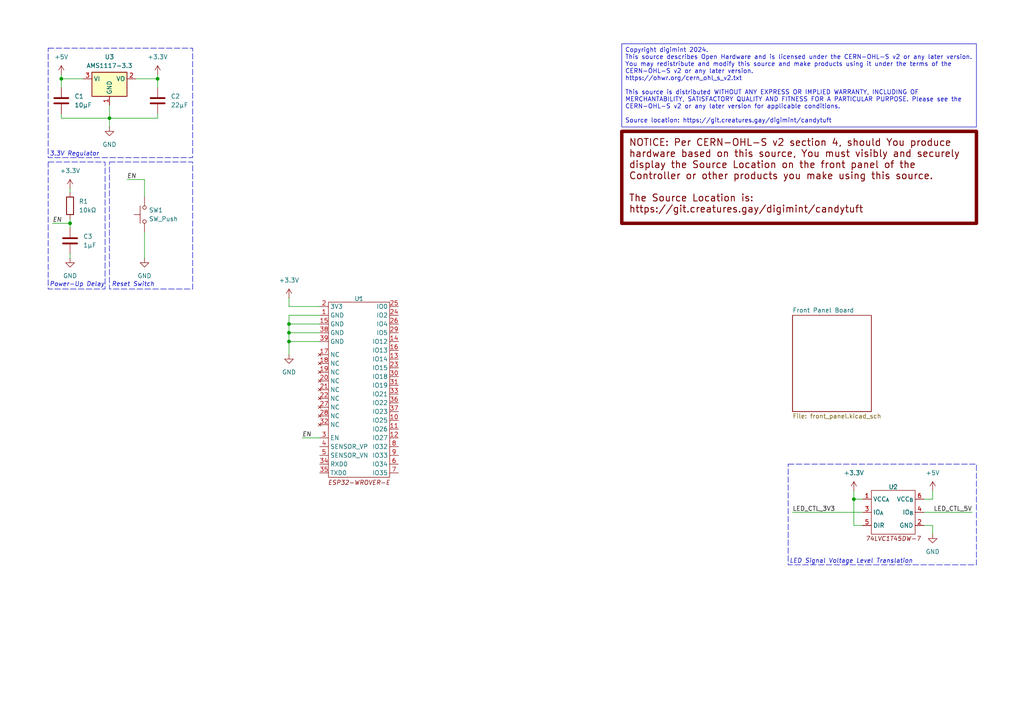
<source format=kicad_sch>
(kicad_sch (version 20231120) (generator "eeschema") (generator_version "8.0")
  (paper "A4")
  (title_block (title "Candytuft WS2811 Controller - Top Level") (date "2024-10-08") (rev "1") (company "https://git.creatures.gay/digimint/candytuft") (comment 3 "Licensed under the CERN OHL-S v2") (comment 4 "Copyright 2024 digimint"))
  (lib_symbols
    (symbol "Device:C" (pin_numbers hide) (pin_names (offset 0.254))
      (property "Reference" "C" (at 0.635 2.54 0))
      (property "Value" "C" (at 0.635 -2.54 0))
      (symbol "C_0_1"
        (polyline (pts (xy -2.032 -0.762) (xy 2.032 -0.762)) (stroke (width 0.508)))
        (polyline (pts (xy -2.032 0.762) (xy 2.032 0.762)) (stroke (width 0.508)))
      )
      (symbol "C_1_1"
        (pin passive line (at 0 3.81 270) (length 2.794) (name "~") (number "1"))
        (pin passive line (at 0 -3.81 90) (length 2.794) (name "~") (number "2"))
      )
    )
    (symbol "Device:R" (pin_numbers hide) (pin_names (offset 0))
      (property "Reference" "R" (at 2.032 0 90))
      (property "Value" "R" (at 0 0 90))
      (symbol "R_0_1"
        (rectangle (start -1.016 -2.54) (end 1.016 2.54) (stroke (width 0.254)))
      )
      (symbol "R_1_1"
        (pin passive line (at 0 3.81 270) (length 1.27) (name "~") (number "1"))
        (pin passive line (at 0 -3.81 90) (length 1.27) (name "~") (number "2"))
      )
    )
    (symbol "Regulator_Linear:AMS1117-3.3"
      (property "Reference" "U" (at -3.81 3.175 0))
      (property "Value" "AMS1117-3.3" (at 0 3.175 0))
      (symbol "AMS1117-3.3_0_1"
        (rectangle (start -5.08 -5.08) (end 5.08 1.905) (stroke (width 0.254)) (fill (type background)))
      )
      (symbol "AMS1117-3.3_1_1"
        (pin power_in line (at 0 -7.62 90) (length 2.54) (name "GND") (number "1"))
        (pin power_out line (at 7.62 0 180) (length 2.54) (name "VO") (number "2"))
        (pin power_in line (at -7.62 0 0) (length 2.54) (name "VI") (number "3"))
      )
    )
    (symbol "Switch:SW_Push" (pin_numbers hide) (pin_names (offset 1.016) hide)
      (property "Reference" "SW" (at 1.27 2.54 0))
      (property "Value" "SW_Push" (at 0 -1.524 0))
      (symbol "SW_Push_0_1"
        (circle (center -2.032 0) (radius 0.508))
        (polyline (pts (xy 0 1.27) (xy 0 3.048)))
        (polyline (pts (xy 2.54 1.27) (xy -2.54 1.27)))
        (circle (center 2.032 0) (radius 0.508))
        (pin passive line (at -5.08 0 0) (length 2.54) (name "1") (number "1"))
        (pin passive line (at 5.08 0 180) (length 2.54) (name "2") (number "2"))
      )
    )
    (symbol "candytuft:74LVC1T45DW-7"
      (property "Reference" "U" (at -5.334 7.366 0))
      (symbol "74LVC1T45DW-7_0_1"
        (rectangle (start -6.35 6.35) (end 6.35 -6.35))
      )
      (symbol "74LVC1T45DW-7_1_1"
        (text "74LVC1T45DW-7" (at 0 -7.62 0) (effects (font (size 1.27 1.27) (italic yes))))
        (pin power_in line (at -8.89 3.81 0) (length 2.54) (name "VCC_{A}") (number "1"))
        (pin power_in line (at 8.89 -3.81 180) (length 2.54) (name "GND") (number "2"))
        (pin bidirectional line (at -8.89 0 0) (length 2.54) (name "IO_{A}") (number "3"))
        (pin bidirectional line (at 8.89 0 180) (length 2.54) (name "IO_{B}") (number "4"))
        (pin input line (at -8.89 -3.81 0) (length 2.54) (name "DIR") (number "5"))
        (pin power_in line (at 8.89 3.81 180) (length 2.54) (name "VCC_{B}") (number "6"))
      )
    )
    (symbol "candytuft:ESP32-WROVER-E"
      (property "Reference" "U" (at -8.128 26.416 0))
      (symbol "ESP32-WROVER-E_0_1"
        (rectangle (start -8.89 25.4) (end 8.89 -25.4))
      )
      (symbol "ESP32-WROVER-E_1_1"
        (text "ESP32-WROVER-E" (at 0 -26.924 0) (effects (font (size 1.27 1.27) (italic yes))))
        (pin power_in line (at -11.43 21.59 0) (length 2.54) (name "GND") (number "1"))
        (pin bidirectional line (at 11.43 -8.89 180) (length 2.54) (name "IO25") (number "10"))
        (pin bidirectional line (at 11.43 -11.43 180) (length 2.54) (name "IO26") (number "11"))
        (pin bidirectional line (at 11.43 -13.97 180) (length 2.54) (name "IO27") (number "12"))
        (pin bidirectional line (at 11.43 8.89 180) (length 2.54) (name "IO14") (number "13"))
        (pin bidirectional line (at 11.43 13.97 180) (length 2.54) (name "IO12") (number "14"))
        (pin power_in line (at -11.43 19.05 0) (length 2.54) (name "GND") (number "15"))
        (pin bidirectional line (at 11.43 11.43 180) (length 2.54) (name "IO13") (number "16"))
        (pin no_connect line (at -11.43 10.16 0) (length 2.54) (name "NC") (number "17"))
        (pin no_connect line (at -11.43 7.62 0) (length 2.54) (name "NC") (number "18"))
        (pin no_connect line (at -11.43 5.08 0) (length 2.54) (name "NC") (number "19"))
        (pin power_in line (at -11.43 24.13 0) (length 2.54) (name "3V3") (number "2"))
        (pin no_connect line (at -11.43 2.54 0) (length 2.54) (name "NC") (number "20"))
        (pin no_connect line (at -11.43 0 0) (length 2.54) (name "NC") (number "21"))
        (pin no_connect line (at -11.43 -2.54 0) (length 2.54) (name "NC") (number "22"))
        (pin bidirectional line (at 11.43 6.35 180) (length 2.54) (name "IO15") (number "23"))
        (pin bidirectional line (at 11.43 21.59 180) (length 2.54) (name "IO2") (number "24"))
        (pin bidirectional line (at 11.43 24.13 180) (length 2.54) (name "IO0") (number "25"))
        (pin bidirectional line (at 11.43 19.05 180) (length 2.54) (name "IO4") (number "26"))
        (pin no_connect line (at -11.43 -5.08 0) (length 2.54) (name "NC") (number "27"))
        (pin no_connect line (at -11.43 -7.62 0) (length 2.54) (name "NC") (number "28"))
        (pin bidirectional line (at 11.43 16.51 180) (length 2.54) (name "IO5") (number "29"))
        (pin input line (at -11.43 -13.97 0) (length 2.54) (name "EN") (number "3"))
        (pin bidirectional line (at 11.43 3.81 180) (length 2.54) (name "IO18") (number "30"))
        (pin bidirectional line (at 11.43 1.27 180) (length 2.54) (name "IO19") (number "31"))
        (pin no_connect line (at -11.43 -10.16 0) (length 2.54) (name "NC") (number "32"))
        (pin bidirectional line (at 11.43 -1.27 180) (length 2.54) (name "IO21") (number "33"))
        (pin bidirectional line (at -11.43 -21.59 0) (length 2.54) (name "RXD0") (number "34"))
        (pin bidirectional line (at -11.43 -24.13 0) (length 2.54) (name "TXD0") (number "35"))
        (pin bidirectional line (at 11.43 -3.81 180) (length 2.54) (name "IO22") (number "36"))
        (pin bidirectional line (at 11.43 -6.35 180) (length 2.54) (name "IO23") (number "37"))
        (pin power_in line (at -11.43 16.51 0) (length 2.54) (name "GND") (number "38"))
        (pin power_in line (at -11.43 13.97 0) (length 2.54) (name "GND") (number "39"))
        (pin input line (at -11.43 -16.51 0) (length 2.54) (name "SENSOR_VP") (number "4"))
        (pin input line (at -11.43 -19.05 0) (length 2.54) (name "SENSOR_VN") (number "5"))
        (pin input line (at 11.43 -21.59 180) (length 2.54) (name "IO34") (number "6"))
        (pin input line (at 11.43 -24.13 180) (length 2.54) (name "IO35") (number "7"))
        (pin bidirectional line (at 11.43 -16.51 180) (length 2.54) (name "IO32") (number "8"))
        (pin bidirectional line (at 11.43 -19.05 180) (length 2.54) (name "IO33") (number "9"))
      )
    )
    (symbol "power:+3.3V" (power) (pin_numbers hide) (pin_names (offset 0) hide)
      (property "Value" "+3.3V" (at 0 3.556 0))
      (symbol "+3.3V_0_1"
        (polyline (pts (xy -0.762 1.27) (xy 0 2.54)))
        (polyline (pts (xy 0 0) (xy 0 2.54)))
        (polyline (pts (xy 0 2.54) (xy 0.762 1.27)))
      )
      (symbol "+3.3V_1_1"
        (pin power_in line (at 0 0 90) (length 0) (name "~") (number "1"))
      )
    )
    (symbol "power:+5V" (power) (pin_numbers hide) (pin_names (offset 0) hide)
      (property "Value" "+5V" (at 0 3.556 0))
      (symbol "+5V_0_1"
        (polyline (pts (xy -0.762 1.27) (xy 0 2.54)))
        (polyline (pts (xy 0 0) (xy 0 2.54)))
        (polyline (pts (xy 0 2.54) (xy 0.762 1.27)))
      )
      (symbol "+5V_1_1"
        (pin power_in line (at 0 0 90) (length 0) (name "~") (number "1"))
      )
    )
    (symbol "power:GND" (power) (pin_numbers hide) (pin_names (offset 0) hide)
      (property "Value" "GND" (at 0 -3.81 0))
      (symbol "GND_0_1"
        (polyline (pts (xy 0 0) (xy 0 -1.27) (xy 1.27 -1.27) (xy 0 -2.54) (xy -1.27 -1.27) (xy 0 -1.27)))
      )
      (symbol "GND_1_1"
        (pin power_in line (at 0 0 270) (length 0) (name "~") (number "1"))
      )
    )
  )
  (junction (at 247.65 144.78))
  (junction (at 83.82 99.06))
  (junction (at 45.72 22.86))
  (junction (at 83.82 96.52))
  (junction (at 17.78 22.86))
  (junction (at 83.82 93.98))
  (junction (at 20.32 64.77))
  (junction (at 31.75 34.29))
  (wire (pts (xy 83.82 91.44) (xy 83.82 93.98)))
  (wire (pts (xy 83.82 93.98) (xy 92.71 93.98)))
  (wire (pts (xy 15.24 64.77) (xy 20.32 64.77)))
  (wire (pts (xy 17.78 33.02) (xy 17.78 34.29)))
  (wire (pts (xy 17.78 25.4) (xy 17.78 22.86)))
  (wire (pts (xy 39.37 22.86) (xy 45.72 22.86)))
  (wire (pts (xy 83.82 93.98) (xy 83.82 96.52)))
  (wire (pts (xy 247.65 144.78) (xy 250.19 144.78)))
  (wire (pts (xy 45.72 22.86) (xy 45.72 25.4)))
  (wire (pts (xy 270.51 144.78) (xy 267.97 144.78)))
  (wire (pts (xy 31.75 34.29) (xy 45.72 34.29)))
  (wire (pts (xy 17.78 21.59) (xy 17.78 22.86)))
  (wire (pts (xy 41.91 52.07) (xy 41.91 57.15)))
  (wire (pts (xy 247.65 142.24) (xy 247.65 144.78)))
  (wire (pts (xy 83.82 96.52) (xy 83.82 99.06)))
  (wire (pts (xy 83.82 88.9) (xy 92.71 88.9)))
  (wire (pts (xy 229.87 148.59) (xy 250.19 148.59)))
  (wire (pts (xy 20.32 54.61) (xy 20.32 55.88)))
  (wire (pts (xy 92.71 91.44) (xy 83.82 91.44)))
  (wire (pts (xy 83.82 99.06) (xy 83.82 102.87)))
  (wire (pts (xy 45.72 34.29) (xy 45.72 33.02)))
  (wire (pts (xy 83.82 96.52) (xy 92.71 96.52)))
  (wire (pts (xy 83.82 99.06) (xy 92.71 99.06)))
  (wire (pts (xy 45.72 21.59) (xy 45.72 22.86)))
  (wire (pts (xy 20.32 74.93) (xy 20.32 73.66)))
  (wire (pts (xy 41.91 74.93) (xy 41.91 67.31)))
  (wire (pts (xy 87.63 127) (xy 92.71 127)))
  (wire (pts (xy 247.65 144.78) (xy 247.65 152.4)))
  (wire (pts (xy 17.78 22.86) (xy 24.13 22.86)))
  (wire (pts (xy 270.51 152.4) (xy 270.51 154.94)))
  (wire (pts (xy 281.94 148.59) (xy 267.97 148.59)))
  (wire (pts (xy 267.97 152.4) (xy 270.51 152.4)))
  (wire (pts (xy 250.19 152.4) (xy 247.65 152.4)))
  (wire (pts (xy 270.51 142.24) (xy 270.51 144.78)))
  (wire (pts (xy 31.75 34.29) (xy 31.75 36.83)))
  (wire (pts (xy 17.78 34.29) (xy 31.75 34.29)))
  (wire (pts (xy 20.32 63.5) (xy 20.32 64.77)))
  (wire (pts (xy 83.82 86.36) (xy 83.82 88.9)))
  (wire (pts (xy 31.75 30.48) (xy 31.75 34.29)))
  (wire (pts (xy 36.83 52.07) (xy 41.91 52.07)))
  (wire (pts (xy 20.32 64.77) (xy 20.32 66.04)))
  (rectangle (start 13.97 46.99) (end 30.48 83.82) (stroke (width 0) (type dash)))
  (rectangle (start 228.6 134.62) (end 283.21 163.83) (stroke (width 0) (type dash)))
  (rectangle (start 13.97 13.97) (end 55.88 45.72) (stroke (width 0) (type dash)))
  (rectangle (start 31.75 46.99) (end 55.88 83.82) (stroke (width 0) (type dash)))
  (text_box "Copyright digimint 2024.\nThis source describes Open Hardware and is licensed under the CERN-OHL-S v2 or any later version.\nYou may redistribute and modify this source and make products using it under the terms of the CERN-OHL-S v2 or any later version.\nhttps://ohwr.org/cern_ohl_s_v2.txt\n\nThis source is distributed WITHOUT ANY EXPRESS OR IMPLIED WARRANTY, INCLUDING OF MERCHANTABILITY, SATISFACTORY QUALITY AND FITNESS FOR A PARTICULAR PURPOSE. Please see the CERN-OHL-S v2 or any later version for applicable conditions.\n\nSource location: https://git.creatures.gay/digimint/candytuft" (at 180.34 12.7 0) (size 102.87 24.13) (effects (font (size 1.27 1.27)) (justify left top)))
  (text_box "NOTICE: Per CERN-OHL-S v2 section 4, should You produce hardware based on this source, You must visibly and securely display the Source Location on the front panel of the Controller or other products you make using this source.\n\nThe Source Location is:\nhttps://git.creatures.gay/digimint/candytuft" (at 180.34 38.1 0) (size 102.87 26.67) (stroke (width 1) (color 122 0 0 1)) (effects (font (size 2 2) (thickness 0.254) (bold yes)) (justify left top)))
  (text "Reset Switch" (at 38.608 82.55 0) (effects (font (size 1.27 1.27) (italic yes))))
  (text "Power-Up Delay" (at 22.352 82.55 0) (effects (font (size 1.27 1.27) (italic yes))))
  (text "LED Signal Voltage Level Translation" (at 246.888 162.814 0) (effects (font (size 1.27 1.27) (italic yes))))
  (text "3.3V Regulator" (at 21.59 44.704 0) (effects (font (size 1.27 1.27) (italic yes))))
  (label "EN" (at 87.63 127 0) (effects (font (italic yes))))
  (label "EN" (at 15.24 64.77 0) (effects (font (italic yes))))
  (label "EN" (at 36.83 52.07 0) (effects (font (italic yes))))
  (label "LED_CTL_5V" (at 281.94 148.59 180))
  (label "LED_CTL_3V3" (at 229.87 148.59 0))
  (symbol (lib_id "candytuft:ESP32-WROVER-E") (at 104.14 113.03 0) (unit 1)
    (property "Reference" "U1" (at 104.14 86.614 0))
    (property "Value" "~" (at 104.2194 86.36 0))
    (property "Description" "Espressif ESP32 microcontroller with additional SPI PSRAM" (effects (hide yes)))
  )
  (symbol (lib_id "power:+5V") (at 270.51 142.24 0) (unit 1)
    (property "Reference" "#PWR03" (effects (hide yes)))
    (property "Value" "+5V" (at 270.51 137.16 0))
    (property "Description" "Power symbol creates a global label with name \"+5V\"" (effects (hide yes)))
  )
  (symbol (lib_id "power:+3.3V") (at 247.65 142.24 0) (unit 1)
    (property "Reference" "#PWR02" (effects (hide yes)))
    (property "Value" "+3.3V" (at 247.65 137.16 0))
    (property "Description" "Power symbol creates a global label with name \"+3.3V\"" (effects (hide yes)))
  )
  (symbol (lib_id "Device:R") (at 20.32 59.69 0) (unit 1)
    (property "Reference" "R1" (at 22.86 58.4199 0) (effects (justify left)))
    (property "Value" "10kΩ" (at 22.86 60.9599 0) (effects (justify left)))
    (property "Description" "Resistor" (effects (hide yes)))
  )
  (symbol (lib_id "power:GND") (at 270.51 154.94 0) (unit 1)
    (property "Reference" "#PWR04" (effects (hide yes)))
    (property "Value" "GND" (at 270.51 160.02 0))
    (property "Description" "Power symbol creates a global label with name \"GND\" , ground" (effects (hide yes)))
  )
  (symbol (lib_id "Device:C") (at 45.72 29.21 0) (unit 1)
    (property "Reference" "C2" (at 49.53 27.9399 0) (effects (justify left)))
    (property "Value" "22μF" (at 49.53 30.4799 0) (effects (justify left)))
    (property "Description" "Unpolarized capacitor" (effects (hide yes)))
  )
  (symbol (lib_id "power:+3.3V") (at 83.82 86.36 0) (unit 1)
    (property "Reference" "#PWR08" (effects (hide yes)))
    (property "Value" "+3.3V" (at 83.82 81.28 0))
    (property "Description" "Power symbol creates a global label with name \"+3.3V\"" (effects (hide yes)))
  )
  (symbol (lib_id "power:GND") (at 83.82 102.87 0) (unit 1)
    (property "Reference" "#PWR01" (effects (hide yes)))
    (property "Value" "GND" (at 83.82 107.95 0))
    (property "Description" "Power symbol creates a global label with name \"GND\" , ground" (effects (hide yes)))
  )
  (symbol (lib_id "power:+3.3V") (at 45.72 21.59 0) (unit 1)
    (property "Reference" "#PWR06" (effects (hide yes)))
    (property "Value" "+3.3V" (at 45.72 16.51 0))
    (property "Description" "Power symbol creates a global label with name \"+3.3V\"" (effects (hide yes)))
  )
  (symbol (lib_id "candytuft:74LVC1T45DW-7") (at 259.08 148.59 0) (unit 1)
    (property "Reference" "U2" (at 259.08 141.224 0))
    (property "Value" "~" (at 259.1594 140.97 0))
    (property "Description" "Bidirectional voltage translator" (effects (hide yes)))
  )
  (symbol (lib_id "power:GND") (at 20.32 74.93 0) (unit 1)
    (property "Reference" "#PWR09" (effects (hide yes)))
    (property "Value" "GND" (at 20.32 80.01 0))
    (property "Description" "Power symbol creates a global label with name \"GND\" , ground" (effects (hide yes)))
  )
  (symbol (lib_id "Regulator_Linear:AMS1117-3.3") (at 31.75 22.86 0) (unit 1)
    (property "Reference" "U3" (at 31.75 16.51 0))
    (property "Value" "AMS1117-3.3" (at 31.75 19.05 0))
    (property "Footprint" "Package_TO_SOT_SMD:SOT-223-3_TabPin2" (effects (hide yes)))
    (property "Datasheet" "http://www.advanced-monolithic.com/pdf/ds1117.pdf" (effects (hide yes)))
    (property "Description" "1A Low Dropout regulator, positive, 3.3V fixed output, SOT-223" (effects (hide yes)))
  )
  (symbol (lib_id "power:+5V") (at 17.78 21.59 0) (unit 1)
    (property "Reference" "#PWR07" (effects (hide yes)))
    (property "Value" "+5V" (at 17.78 16.51 0))
    (property "Description" "Power symbol creates a global label with name \"+5V\"" (effects (hide yes)))
  )
  (symbol (lib_id "Device:C") (at 17.78 29.21 180) (unit 1)
    (property "Reference" "C1" (at 21.59 27.9399 0) (effects (justify right)))
    (property "Value" "10μF" (at 21.59 30.4799 0) (effects (justify right)))
    (property "Description" "Unpolarized capacitor" (effects (hide yes)))
  )
  (symbol (lib_id "Device:C") (at 20.32 69.85 0) (unit 1)
    (property "Reference" "C3" (at 24.13 68.5799 0) (effects (justify left)))
    (property "Value" "1μF" (at 24.13 71.1199 0) (effects (justify left)))
    (property "Description" "Unpolarized capacitor" (effects (hide yes)))
  )
  (symbol (lib_id "power:GND") (at 31.75 36.83 0) (unit 1)
    (property "Reference" "#PWR05" (effects (hide yes)))
    (property "Value" "GND" (at 31.75 41.91 0))
    (property "Description" "Power symbol creates a global label with name \"GND\" , ground" (effects (hide yes)))
  )
  (symbol (lib_id "power:+3.3V") (at 20.32 54.61 0) (unit 1)
    (property "Reference" "#PWR010" (effects (hide yes)))
    (property "Value" "+3.3V" (at 20.32 49.53 0))
    (property "Description" "Power symbol creates a global label with name \"+3.3V\"" (effects (hide yes)))
  )
  (symbol (lib_id "power:GND") (at 41.91 74.93 0) (unit 1)
    (property "Reference" "#PWR011" (effects (hide yes)))
    (property "Value" "GND" (at 41.91 80.01 0))
    (property "Description" "Power symbol creates a global label with name \"GND\" , ground" (effects (hide yes)))
  )
  (symbol (lib_id "Switch:SW_Push") (at 41.91 62.23 90) (unit 1)
    (property "Reference" "SW1" (at 43.18 60.9599 90) (effects (justify right)))
    (property "Value" "SW_Push" (at 43.18 63.4999 90) (effects (justify right)))
    (property "Description" "Push button switch, generic, two pins" (effects (hide yes)))
  )
  (sheet (at 229.87 91.44) (size 22.86 27.94) (stroke (width 0.1524))
    (property "Sheetname" "Front Panel Board" (at 229.87 90.7284 0) (effects (justify left bottom)))
    (property "Sheetfile" "front_panel.kicad_sch" (at 229.87 119.9646 0) (effects (justify left top)))
  )
)
</source>
